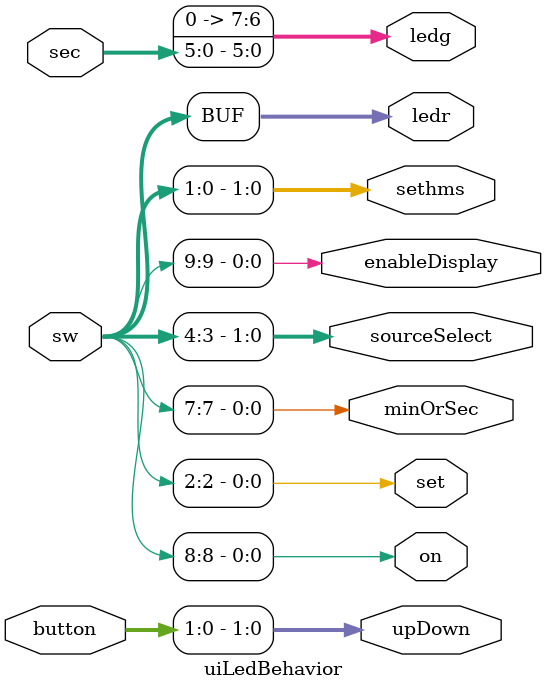
<source format=sv>
module uiLedBehavior(
	input wire [5:0] sec, //clock
	input wire [3:0] button,
	input wire [9:0] sw,
	output reg on, //clock
	output reg set, //clock
	output reg minOrSec, //timeToNumber
	output reg [1:0] sourceSelect,//sourceSelector
	output reg enableDisplay,
	output reg [1:0] sethms, //clock
	output reg [1:0] upDown, //clock
	output reg [9:0] ledr,
	output reg [7:0] ledg
);

	assign ledr = sw;
	assign ledg[7:6] = 0;
	assign ledg[5:0] = sec;
	assign on = sw[8];
	assign enableDisplay = sw[9];
	assign set = sw[2];
	assign minOrSec = sw[7];
	assign sourceSelect[1:0] = sw[4:3];
	assign sethms[1:0] = sw[1:0];
	assign upDown[1:0] = button[1:0];


endmodule
</source>
